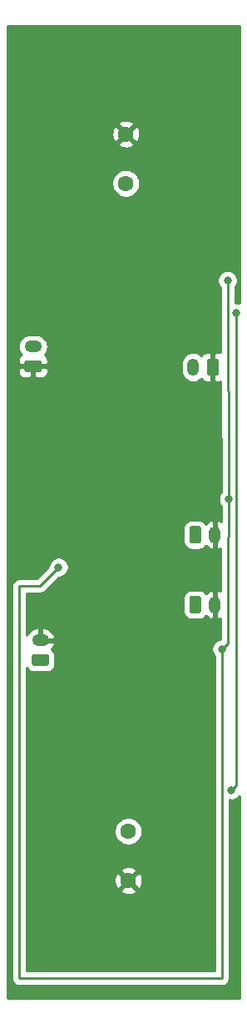
<source format=gbl>
G04 #@! TF.GenerationSoftware,KiCad,Pcbnew,(5.1.5-0)*
G04 #@! TF.CreationDate,2021-01-21T21:28:00-07:00*
G04 #@! TF.ProjectId,supercap,73757065-7263-4617-902e-6b696361645f,rev?*
G04 #@! TF.SameCoordinates,Original*
G04 #@! TF.FileFunction,Copper,L2,Bot*
G04 #@! TF.FilePolarity,Positive*
%FSLAX46Y46*%
G04 Gerber Fmt 4.6, Leading zero omitted, Abs format (unit mm)*
G04 Created by KiCad (PCBNEW (5.1.5-0)) date 2021-01-21 21:28:00*
%MOMM*%
%LPD*%
G04 APERTURE LIST*
%ADD10O,1.750000X1.200000*%
%ADD11C,0.100000*%
%ADD12C,1.600000*%
%ADD13O,1.200000X1.750000*%
%ADD14C,0.800000*%
%ADD15C,0.250000*%
%ADD16C,0.254000*%
G04 APERTURE END LIST*
D10*
X123300000Y-83200000D03*
G04 #@! TA.AperFunction,ComponentPad*
D11*
G36*
X123949505Y-84601204D02*
G01*
X123973773Y-84604804D01*
X123997572Y-84610765D01*
X124020671Y-84619030D01*
X124042850Y-84629520D01*
X124063893Y-84642132D01*
X124083599Y-84656747D01*
X124101777Y-84673223D01*
X124118253Y-84691401D01*
X124132868Y-84711107D01*
X124145480Y-84732150D01*
X124155970Y-84754329D01*
X124164235Y-84777428D01*
X124170196Y-84801227D01*
X124173796Y-84825495D01*
X124175000Y-84849999D01*
X124175000Y-85550001D01*
X124173796Y-85574505D01*
X124170196Y-85598773D01*
X124164235Y-85622572D01*
X124155970Y-85645671D01*
X124145480Y-85667850D01*
X124132868Y-85688893D01*
X124118253Y-85708599D01*
X124101777Y-85726777D01*
X124083599Y-85743253D01*
X124063893Y-85757868D01*
X124042850Y-85770480D01*
X124020671Y-85780970D01*
X123997572Y-85789235D01*
X123973773Y-85795196D01*
X123949505Y-85798796D01*
X123925001Y-85800000D01*
X122674999Y-85800000D01*
X122650495Y-85798796D01*
X122626227Y-85795196D01*
X122602428Y-85789235D01*
X122579329Y-85780970D01*
X122557150Y-85770480D01*
X122536107Y-85757868D01*
X122516401Y-85743253D01*
X122498223Y-85726777D01*
X122481747Y-85708599D01*
X122467132Y-85688893D01*
X122454520Y-85667850D01*
X122444030Y-85645671D01*
X122435765Y-85622572D01*
X122429804Y-85598773D01*
X122426204Y-85574505D01*
X122425000Y-85550001D01*
X122425000Y-84849999D01*
X122426204Y-84825495D01*
X122429804Y-84801227D01*
X122435765Y-84777428D01*
X122444030Y-84754329D01*
X122454520Y-84732150D01*
X122467132Y-84711107D01*
X122481747Y-84691401D01*
X122498223Y-84673223D01*
X122516401Y-84656747D01*
X122536107Y-84642132D01*
X122557150Y-84629520D01*
X122579329Y-84619030D01*
X122602428Y-84610765D01*
X122626227Y-84604804D01*
X122650495Y-84601204D01*
X122674999Y-84600000D01*
X123925001Y-84600000D01*
X123949505Y-84601204D01*
G37*
G04 #@! TD.AperFunction*
D10*
X124050000Y-113000000D03*
G04 #@! TA.AperFunction,ComponentPad*
D11*
G36*
X124699505Y-114401204D02*
G01*
X124723773Y-114404804D01*
X124747572Y-114410765D01*
X124770671Y-114419030D01*
X124792850Y-114429520D01*
X124813893Y-114442132D01*
X124833599Y-114456747D01*
X124851777Y-114473223D01*
X124868253Y-114491401D01*
X124882868Y-114511107D01*
X124895480Y-114532150D01*
X124905970Y-114554329D01*
X124914235Y-114577428D01*
X124920196Y-114601227D01*
X124923796Y-114625495D01*
X124925000Y-114649999D01*
X124925000Y-115350001D01*
X124923796Y-115374505D01*
X124920196Y-115398773D01*
X124914235Y-115422572D01*
X124905970Y-115445671D01*
X124895480Y-115467850D01*
X124882868Y-115488893D01*
X124868253Y-115508599D01*
X124851777Y-115526777D01*
X124833599Y-115543253D01*
X124813893Y-115557868D01*
X124792850Y-115570480D01*
X124770671Y-115580970D01*
X124747572Y-115589235D01*
X124723773Y-115595196D01*
X124699505Y-115598796D01*
X124675001Y-115600000D01*
X123424999Y-115600000D01*
X123400495Y-115598796D01*
X123376227Y-115595196D01*
X123352428Y-115589235D01*
X123329329Y-115580970D01*
X123307150Y-115570480D01*
X123286107Y-115557868D01*
X123266401Y-115543253D01*
X123248223Y-115526777D01*
X123231747Y-115508599D01*
X123217132Y-115488893D01*
X123204520Y-115467850D01*
X123194030Y-115445671D01*
X123185765Y-115422572D01*
X123179804Y-115398773D01*
X123176204Y-115374505D01*
X123175000Y-115350001D01*
X123175000Y-114649999D01*
X123176204Y-114625495D01*
X123179804Y-114601227D01*
X123185765Y-114577428D01*
X123194030Y-114554329D01*
X123204520Y-114532150D01*
X123217132Y-114511107D01*
X123231747Y-114491401D01*
X123248223Y-114473223D01*
X123266401Y-114456747D01*
X123286107Y-114442132D01*
X123307150Y-114429520D01*
X123329329Y-114419030D01*
X123352428Y-114410765D01*
X123376227Y-114404804D01*
X123400495Y-114401204D01*
X123424999Y-114400000D01*
X124675001Y-114400000D01*
X124699505Y-114401204D01*
G37*
G04 #@! TD.AperFunction*
D12*
X132750000Y-66650000D03*
X132750000Y-61650000D03*
X133000000Y-137400000D03*
X133000000Y-132400000D03*
D13*
X141800000Y-102300000D03*
G04 #@! TA.AperFunction,ComponentPad*
D11*
G36*
X140174505Y-101426204D02*
G01*
X140198773Y-101429804D01*
X140222572Y-101435765D01*
X140245671Y-101444030D01*
X140267850Y-101454520D01*
X140288893Y-101467132D01*
X140308599Y-101481747D01*
X140326777Y-101498223D01*
X140343253Y-101516401D01*
X140357868Y-101536107D01*
X140370480Y-101557150D01*
X140380970Y-101579329D01*
X140389235Y-101602428D01*
X140395196Y-101626227D01*
X140398796Y-101650495D01*
X140400000Y-101674999D01*
X140400000Y-102925001D01*
X140398796Y-102949505D01*
X140395196Y-102973773D01*
X140389235Y-102997572D01*
X140380970Y-103020671D01*
X140370480Y-103042850D01*
X140357868Y-103063893D01*
X140343253Y-103083599D01*
X140326777Y-103101777D01*
X140308599Y-103118253D01*
X140288893Y-103132868D01*
X140267850Y-103145480D01*
X140245671Y-103155970D01*
X140222572Y-103164235D01*
X140198773Y-103170196D01*
X140174505Y-103173796D01*
X140150001Y-103175000D01*
X139449999Y-103175000D01*
X139425495Y-103173796D01*
X139401227Y-103170196D01*
X139377428Y-103164235D01*
X139354329Y-103155970D01*
X139332150Y-103145480D01*
X139311107Y-103132868D01*
X139291401Y-103118253D01*
X139273223Y-103101777D01*
X139256747Y-103083599D01*
X139242132Y-103063893D01*
X139229520Y-103042850D01*
X139219030Y-103020671D01*
X139210765Y-102997572D01*
X139204804Y-102973773D01*
X139201204Y-102949505D01*
X139200000Y-102925001D01*
X139200000Y-101674999D01*
X139201204Y-101650495D01*
X139204804Y-101626227D01*
X139210765Y-101602428D01*
X139219030Y-101579329D01*
X139229520Y-101557150D01*
X139242132Y-101536107D01*
X139256747Y-101516401D01*
X139273223Y-101498223D01*
X139291401Y-101481747D01*
X139311107Y-101467132D01*
X139332150Y-101454520D01*
X139354329Y-101444030D01*
X139377428Y-101435765D01*
X139401227Y-101429804D01*
X139425495Y-101426204D01*
X139449999Y-101425000D01*
X140150001Y-101425000D01*
X140174505Y-101426204D01*
G37*
G04 #@! TD.AperFunction*
D13*
X139600000Y-85300000D03*
G04 #@! TA.AperFunction,ComponentPad*
D11*
G36*
X141974505Y-84426204D02*
G01*
X141998773Y-84429804D01*
X142022572Y-84435765D01*
X142045671Y-84444030D01*
X142067850Y-84454520D01*
X142088893Y-84467132D01*
X142108599Y-84481747D01*
X142126777Y-84498223D01*
X142143253Y-84516401D01*
X142157868Y-84536107D01*
X142170480Y-84557150D01*
X142180970Y-84579329D01*
X142189235Y-84602428D01*
X142195196Y-84626227D01*
X142198796Y-84650495D01*
X142200000Y-84674999D01*
X142200000Y-85925001D01*
X142198796Y-85949505D01*
X142195196Y-85973773D01*
X142189235Y-85997572D01*
X142180970Y-86020671D01*
X142170480Y-86042850D01*
X142157868Y-86063893D01*
X142143253Y-86083599D01*
X142126777Y-86101777D01*
X142108599Y-86118253D01*
X142088893Y-86132868D01*
X142067850Y-86145480D01*
X142045671Y-86155970D01*
X142022572Y-86164235D01*
X141998773Y-86170196D01*
X141974505Y-86173796D01*
X141950001Y-86175000D01*
X141249999Y-86175000D01*
X141225495Y-86173796D01*
X141201227Y-86170196D01*
X141177428Y-86164235D01*
X141154329Y-86155970D01*
X141132150Y-86145480D01*
X141111107Y-86132868D01*
X141091401Y-86118253D01*
X141073223Y-86101777D01*
X141056747Y-86083599D01*
X141042132Y-86063893D01*
X141029520Y-86042850D01*
X141019030Y-86020671D01*
X141010765Y-85997572D01*
X141004804Y-85973773D01*
X141001204Y-85949505D01*
X141000000Y-85925001D01*
X141000000Y-84674999D01*
X141001204Y-84650495D01*
X141004804Y-84626227D01*
X141010765Y-84602428D01*
X141019030Y-84579329D01*
X141029520Y-84557150D01*
X141042132Y-84536107D01*
X141056747Y-84516401D01*
X141073223Y-84498223D01*
X141091401Y-84481747D01*
X141111107Y-84467132D01*
X141132150Y-84454520D01*
X141154329Y-84444030D01*
X141177428Y-84435765D01*
X141201227Y-84429804D01*
X141225495Y-84426204D01*
X141249999Y-84425000D01*
X141950001Y-84425000D01*
X141974505Y-84426204D01*
G37*
G04 #@! TD.AperFunction*
D13*
X141800000Y-109400000D03*
G04 #@! TA.AperFunction,ComponentPad*
D11*
G36*
X140174505Y-108526204D02*
G01*
X140198773Y-108529804D01*
X140222572Y-108535765D01*
X140245671Y-108544030D01*
X140267850Y-108554520D01*
X140288893Y-108567132D01*
X140308599Y-108581747D01*
X140326777Y-108598223D01*
X140343253Y-108616401D01*
X140357868Y-108636107D01*
X140370480Y-108657150D01*
X140380970Y-108679329D01*
X140389235Y-108702428D01*
X140395196Y-108726227D01*
X140398796Y-108750495D01*
X140400000Y-108774999D01*
X140400000Y-110025001D01*
X140398796Y-110049505D01*
X140395196Y-110073773D01*
X140389235Y-110097572D01*
X140380970Y-110120671D01*
X140370480Y-110142850D01*
X140357868Y-110163893D01*
X140343253Y-110183599D01*
X140326777Y-110201777D01*
X140308599Y-110218253D01*
X140288893Y-110232868D01*
X140267850Y-110245480D01*
X140245671Y-110255970D01*
X140222572Y-110264235D01*
X140198773Y-110270196D01*
X140174505Y-110273796D01*
X140150001Y-110275000D01*
X139449999Y-110275000D01*
X139425495Y-110273796D01*
X139401227Y-110270196D01*
X139377428Y-110264235D01*
X139354329Y-110255970D01*
X139332150Y-110245480D01*
X139311107Y-110232868D01*
X139291401Y-110218253D01*
X139273223Y-110201777D01*
X139256747Y-110183599D01*
X139242132Y-110163893D01*
X139229520Y-110142850D01*
X139219030Y-110120671D01*
X139210765Y-110097572D01*
X139204804Y-110073773D01*
X139201204Y-110049505D01*
X139200000Y-110025001D01*
X139200000Y-108774999D01*
X139201204Y-108750495D01*
X139204804Y-108726227D01*
X139210765Y-108702428D01*
X139219030Y-108679329D01*
X139229520Y-108657150D01*
X139242132Y-108636107D01*
X139256747Y-108616401D01*
X139273223Y-108598223D01*
X139291401Y-108581747D01*
X139311107Y-108567132D01*
X139332150Y-108554520D01*
X139354329Y-108544030D01*
X139377428Y-108535765D01*
X139401227Y-108529804D01*
X139425495Y-108526204D01*
X139449999Y-108525000D01*
X140150001Y-108525000D01*
X140174505Y-108526204D01*
G37*
G04 #@! TD.AperFunction*
D14*
X125000000Y-109900000D03*
X144000000Y-79800000D03*
X143500000Y-128200000D03*
X142500000Y-113900000D03*
X143100000Y-76500000D03*
X143200000Y-98700000D03*
X125900000Y-105600000D03*
D15*
X144000000Y-127700000D02*
X143500000Y-128200000D01*
X144000000Y-79800000D02*
X144000000Y-127700000D01*
X143200000Y-98700000D02*
X143100000Y-76500000D01*
X143129622Y-106429622D02*
X143200000Y-98700000D01*
X143100000Y-113300000D02*
X143100000Y-109600000D01*
X142500000Y-113900000D02*
X143100000Y-113300000D01*
X143100000Y-109600000D02*
X143129622Y-106429622D01*
X143100000Y-109683161D02*
X143100000Y-109600000D01*
X142500000Y-113900000D02*
X142500000Y-147300000D01*
X142500000Y-147300000D02*
X121900000Y-147300000D01*
X121900000Y-147300000D02*
X121900000Y-107500000D01*
X124000000Y-107500000D02*
X125900000Y-105600000D01*
X121900000Y-107500000D02*
X124000000Y-107500000D01*
D16*
G36*
X144340001Y-78820557D02*
G01*
X144301898Y-78804774D01*
X144101939Y-78765000D01*
X143898061Y-78765000D01*
X143870235Y-78770535D01*
X143863163Y-77200548D01*
X143903937Y-77159774D01*
X144017205Y-76990256D01*
X144095226Y-76801898D01*
X144135000Y-76601939D01*
X144135000Y-76398061D01*
X144095226Y-76198102D01*
X144017205Y-76009744D01*
X143903937Y-75840226D01*
X143759774Y-75696063D01*
X143590256Y-75582795D01*
X143401898Y-75504774D01*
X143201939Y-75465000D01*
X142998061Y-75465000D01*
X142798102Y-75504774D01*
X142609744Y-75582795D01*
X142440226Y-75696063D01*
X142296063Y-75840226D01*
X142182795Y-76009744D01*
X142104774Y-76198102D01*
X142065000Y-76398061D01*
X142065000Y-76601939D01*
X142104774Y-76801898D01*
X142182795Y-76990256D01*
X142296063Y-77159774D01*
X142343177Y-77206888D01*
X142372938Y-83813887D01*
X142324482Y-83799188D01*
X142200000Y-83786928D01*
X141885750Y-83790000D01*
X141727000Y-83948750D01*
X141727000Y-85173000D01*
X141747000Y-85173000D01*
X141747000Y-85427000D01*
X141727000Y-85427000D01*
X141727000Y-86651250D01*
X141885750Y-86810000D01*
X142200000Y-86813072D01*
X142324482Y-86800812D01*
X142386308Y-86782057D01*
X142436837Y-97999452D01*
X142396063Y-98040226D01*
X142282795Y-98209744D01*
X142204774Y-98398102D01*
X142165000Y-98598061D01*
X142165000Y-98801939D01*
X142204774Y-99001898D01*
X142282795Y-99190256D01*
X142396063Y-99359774D01*
X142433620Y-99397331D01*
X142419452Y-100953343D01*
X142380533Y-100927579D01*
X142155282Y-100835409D01*
X142117609Y-100831538D01*
X141927000Y-100956269D01*
X141927000Y-102173000D01*
X141947000Y-102173000D01*
X141947000Y-102427000D01*
X141927000Y-102427000D01*
X141927000Y-103643731D01*
X142117609Y-103768462D01*
X142155282Y-103764591D01*
X142380533Y-103672421D01*
X142394781Y-103662989D01*
X142369668Y-106421144D01*
X142354757Y-108017032D01*
X142155282Y-107935409D01*
X142117609Y-107931538D01*
X141927000Y-108056269D01*
X141927000Y-109273000D01*
X141947000Y-109273000D01*
X141947000Y-109527000D01*
X141927000Y-109527000D01*
X141927000Y-110743731D01*
X142117609Y-110868462D01*
X142155282Y-110864591D01*
X142340001Y-110789006D01*
X142340000Y-112876549D01*
X142198102Y-112904774D01*
X142009744Y-112982795D01*
X141840226Y-113096063D01*
X141696063Y-113240226D01*
X141582795Y-113409744D01*
X141504774Y-113598102D01*
X141465000Y-113798061D01*
X141465000Y-114001939D01*
X141504774Y-114201898D01*
X141582795Y-114390256D01*
X141696063Y-114559774D01*
X141740000Y-114603711D01*
X141740001Y-146540000D01*
X122660000Y-146540000D01*
X122660000Y-138392702D01*
X132186903Y-138392702D01*
X132258486Y-138636671D01*
X132513996Y-138757571D01*
X132788184Y-138826300D01*
X133070512Y-138840217D01*
X133350130Y-138798787D01*
X133616292Y-138703603D01*
X133741514Y-138636671D01*
X133813097Y-138392702D01*
X133000000Y-137579605D01*
X132186903Y-138392702D01*
X122660000Y-138392702D01*
X122660000Y-137470512D01*
X131559783Y-137470512D01*
X131601213Y-137750130D01*
X131696397Y-138016292D01*
X131763329Y-138141514D01*
X132007298Y-138213097D01*
X132820395Y-137400000D01*
X133179605Y-137400000D01*
X133992702Y-138213097D01*
X134236671Y-138141514D01*
X134357571Y-137886004D01*
X134426300Y-137611816D01*
X134440217Y-137329488D01*
X134398787Y-137049870D01*
X134303603Y-136783708D01*
X134236671Y-136658486D01*
X133992702Y-136586903D01*
X133179605Y-137400000D01*
X132820395Y-137400000D01*
X132007298Y-136586903D01*
X131763329Y-136658486D01*
X131642429Y-136913996D01*
X131573700Y-137188184D01*
X131559783Y-137470512D01*
X122660000Y-137470512D01*
X122660000Y-136407298D01*
X132186903Y-136407298D01*
X133000000Y-137220395D01*
X133813097Y-136407298D01*
X133741514Y-136163329D01*
X133486004Y-136042429D01*
X133211816Y-135973700D01*
X132929488Y-135959783D01*
X132649870Y-136001213D01*
X132383708Y-136096397D01*
X132258486Y-136163329D01*
X132186903Y-136407298D01*
X122660000Y-136407298D01*
X122660000Y-132258665D01*
X131565000Y-132258665D01*
X131565000Y-132541335D01*
X131620147Y-132818574D01*
X131728320Y-133079727D01*
X131885363Y-133314759D01*
X132085241Y-133514637D01*
X132320273Y-133671680D01*
X132581426Y-133779853D01*
X132858665Y-133835000D01*
X133141335Y-133835000D01*
X133418574Y-133779853D01*
X133679727Y-133671680D01*
X133914759Y-133514637D01*
X134114637Y-133314759D01*
X134271680Y-133079727D01*
X134379853Y-132818574D01*
X134435000Y-132541335D01*
X134435000Y-132258665D01*
X134379853Y-131981426D01*
X134271680Y-131720273D01*
X134114637Y-131485241D01*
X133914759Y-131285363D01*
X133679727Y-131128320D01*
X133418574Y-131020147D01*
X133141335Y-130965000D01*
X132858665Y-130965000D01*
X132581426Y-131020147D01*
X132320273Y-131128320D01*
X132085241Y-131285363D01*
X131885363Y-131485241D01*
X131728320Y-131720273D01*
X131620147Y-131981426D01*
X131565000Y-132258665D01*
X122660000Y-132258665D01*
X122660000Y-115793631D01*
X122686595Y-115843387D01*
X122797038Y-115977962D01*
X122931613Y-116088405D01*
X123085149Y-116170472D01*
X123251745Y-116221008D01*
X123424999Y-116238072D01*
X124675001Y-116238072D01*
X124848255Y-116221008D01*
X125014851Y-116170472D01*
X125168387Y-116088405D01*
X125302962Y-115977962D01*
X125413405Y-115843387D01*
X125495472Y-115689851D01*
X125546008Y-115523255D01*
X125563072Y-115350001D01*
X125563072Y-114649999D01*
X125546008Y-114476745D01*
X125495472Y-114310149D01*
X125413405Y-114156613D01*
X125302962Y-114022038D01*
X125168387Y-113911595D01*
X125163594Y-113909033D01*
X125288078Y-113783474D01*
X125422421Y-113580533D01*
X125514591Y-113355282D01*
X125518462Y-113317609D01*
X125393731Y-113127000D01*
X124177000Y-113127000D01*
X124177000Y-113147000D01*
X123923000Y-113147000D01*
X123923000Y-113127000D01*
X123903000Y-113127000D01*
X123903000Y-112873000D01*
X123923000Y-112873000D01*
X123923000Y-111765000D01*
X124177000Y-111765000D01*
X124177000Y-112873000D01*
X125393731Y-112873000D01*
X125518462Y-112682391D01*
X125514591Y-112644718D01*
X125422421Y-112419467D01*
X125288078Y-112216526D01*
X125116725Y-112043693D01*
X124914946Y-111907610D01*
X124690496Y-111813507D01*
X124452000Y-111765000D01*
X124177000Y-111765000D01*
X123923000Y-111765000D01*
X123648000Y-111765000D01*
X123409504Y-111813507D01*
X123185054Y-111907610D01*
X122983275Y-112043693D01*
X122811922Y-112216526D01*
X122677579Y-112419467D01*
X122660000Y-112462428D01*
X122660000Y-108774999D01*
X138561928Y-108774999D01*
X138561928Y-110025001D01*
X138578992Y-110198255D01*
X138629528Y-110364851D01*
X138711595Y-110518387D01*
X138822038Y-110652962D01*
X138956613Y-110763405D01*
X139110149Y-110845472D01*
X139276745Y-110896008D01*
X139449999Y-110913072D01*
X140150001Y-110913072D01*
X140323255Y-110896008D01*
X140489851Y-110845472D01*
X140643387Y-110763405D01*
X140777962Y-110652962D01*
X140888405Y-110518387D01*
X140890967Y-110513594D01*
X141016526Y-110638078D01*
X141219467Y-110772421D01*
X141444718Y-110864591D01*
X141482391Y-110868462D01*
X141673000Y-110743731D01*
X141673000Y-109527000D01*
X141653000Y-109527000D01*
X141653000Y-109273000D01*
X141673000Y-109273000D01*
X141673000Y-108056269D01*
X141482391Y-107931538D01*
X141444718Y-107935409D01*
X141219467Y-108027579D01*
X141016526Y-108161922D01*
X140890967Y-108286406D01*
X140888405Y-108281613D01*
X140777962Y-108147038D01*
X140643387Y-108036595D01*
X140489851Y-107954528D01*
X140323255Y-107903992D01*
X140150001Y-107886928D01*
X139449999Y-107886928D01*
X139276745Y-107903992D01*
X139110149Y-107954528D01*
X138956613Y-108036595D01*
X138822038Y-108147038D01*
X138711595Y-108281613D01*
X138629528Y-108435149D01*
X138578992Y-108601745D01*
X138561928Y-108774999D01*
X122660000Y-108774999D01*
X122660000Y-108260000D01*
X123962678Y-108260000D01*
X124000000Y-108263676D01*
X124037322Y-108260000D01*
X124037333Y-108260000D01*
X124148986Y-108249003D01*
X124292247Y-108205546D01*
X124424276Y-108134974D01*
X124540001Y-108040001D01*
X124563804Y-108010997D01*
X125939802Y-106635000D01*
X126001939Y-106635000D01*
X126201898Y-106595226D01*
X126390256Y-106517205D01*
X126559774Y-106403937D01*
X126703937Y-106259774D01*
X126817205Y-106090256D01*
X126895226Y-105901898D01*
X126935000Y-105701939D01*
X126935000Y-105498061D01*
X126895226Y-105298102D01*
X126817205Y-105109744D01*
X126703937Y-104940226D01*
X126559774Y-104796063D01*
X126390256Y-104682795D01*
X126201898Y-104604774D01*
X126001939Y-104565000D01*
X125798061Y-104565000D01*
X125598102Y-104604774D01*
X125409744Y-104682795D01*
X125240226Y-104796063D01*
X125096063Y-104940226D01*
X124982795Y-105109744D01*
X124904774Y-105298102D01*
X124865000Y-105498061D01*
X124865000Y-105560198D01*
X123685199Y-106740000D01*
X121937333Y-106740000D01*
X121900000Y-106736323D01*
X121862667Y-106740000D01*
X121751014Y-106750997D01*
X121607753Y-106794454D01*
X121475724Y-106865026D01*
X121359999Y-106959999D01*
X121265026Y-107075724D01*
X121194454Y-107207753D01*
X121150997Y-107351014D01*
X121136323Y-107500000D01*
X121140001Y-107537343D01*
X121140000Y-147262667D01*
X121136323Y-147300000D01*
X121150997Y-147448986D01*
X121194454Y-147592247D01*
X121265026Y-147724276D01*
X121359999Y-147840001D01*
X121475724Y-147934974D01*
X121607753Y-148005546D01*
X121751014Y-148049003D01*
X121900000Y-148063677D01*
X121937333Y-148060000D01*
X142462667Y-148060000D01*
X142500000Y-148063677D01*
X142648986Y-148049003D01*
X142792247Y-148005546D01*
X142924276Y-147934974D01*
X143040001Y-147840001D01*
X143134974Y-147724276D01*
X143205546Y-147592247D01*
X143249003Y-147448986D01*
X143260000Y-147337333D01*
X143260000Y-147337332D01*
X143263677Y-147300000D01*
X143260000Y-147262667D01*
X143260000Y-129207538D01*
X143398061Y-129235000D01*
X143601939Y-129235000D01*
X143801898Y-129195226D01*
X143990256Y-129117205D01*
X144159774Y-129003937D01*
X144303937Y-128859774D01*
X144340000Y-128805801D01*
X144340000Y-149340000D01*
X120660000Y-149340000D01*
X120660000Y-101674999D01*
X138561928Y-101674999D01*
X138561928Y-102925001D01*
X138578992Y-103098255D01*
X138629528Y-103264851D01*
X138711595Y-103418387D01*
X138822038Y-103552962D01*
X138956613Y-103663405D01*
X139110149Y-103745472D01*
X139276745Y-103796008D01*
X139449999Y-103813072D01*
X140150001Y-103813072D01*
X140323255Y-103796008D01*
X140489851Y-103745472D01*
X140643387Y-103663405D01*
X140777962Y-103552962D01*
X140888405Y-103418387D01*
X140890967Y-103413594D01*
X141016526Y-103538078D01*
X141219467Y-103672421D01*
X141444718Y-103764591D01*
X141482391Y-103768462D01*
X141673000Y-103643731D01*
X141673000Y-102427000D01*
X141653000Y-102427000D01*
X141653000Y-102173000D01*
X141673000Y-102173000D01*
X141673000Y-100956269D01*
X141482391Y-100831538D01*
X141444718Y-100835409D01*
X141219467Y-100927579D01*
X141016526Y-101061922D01*
X140890967Y-101186406D01*
X140888405Y-101181613D01*
X140777962Y-101047038D01*
X140643387Y-100936595D01*
X140489851Y-100854528D01*
X140323255Y-100803992D01*
X140150001Y-100786928D01*
X139449999Y-100786928D01*
X139276745Y-100803992D01*
X139110149Y-100854528D01*
X138956613Y-100936595D01*
X138822038Y-101047038D01*
X138711595Y-101181613D01*
X138629528Y-101335149D01*
X138578992Y-101501745D01*
X138561928Y-101674999D01*
X120660000Y-101674999D01*
X120660000Y-85800000D01*
X121786928Y-85800000D01*
X121799188Y-85924482D01*
X121835498Y-86044180D01*
X121894463Y-86154494D01*
X121973815Y-86251185D01*
X122070506Y-86330537D01*
X122180820Y-86389502D01*
X122300518Y-86425812D01*
X122425000Y-86438072D01*
X123014250Y-86435000D01*
X123173000Y-86276250D01*
X123173000Y-85327000D01*
X123427000Y-85327000D01*
X123427000Y-86276250D01*
X123585750Y-86435000D01*
X124175000Y-86438072D01*
X124299482Y-86425812D01*
X124419180Y-86389502D01*
X124529494Y-86330537D01*
X124626185Y-86251185D01*
X124705537Y-86154494D01*
X124764502Y-86044180D01*
X124800812Y-85924482D01*
X124813072Y-85800000D01*
X124810000Y-85485750D01*
X124651250Y-85327000D01*
X123427000Y-85327000D01*
X123173000Y-85327000D01*
X121948750Y-85327000D01*
X121790000Y-85485750D01*
X121786928Y-85800000D01*
X120660000Y-85800000D01*
X120660000Y-83200000D01*
X121784025Y-83200000D01*
X121807870Y-83442102D01*
X121878489Y-83674901D01*
X121993167Y-83889449D01*
X122119436Y-84043309D01*
X122070506Y-84069463D01*
X121973815Y-84148815D01*
X121894463Y-84245506D01*
X121835498Y-84355820D01*
X121799188Y-84475518D01*
X121786928Y-84600000D01*
X121790000Y-84914250D01*
X121948750Y-85073000D01*
X123173000Y-85073000D01*
X123173000Y-85053000D01*
X123427000Y-85053000D01*
X123427000Y-85073000D01*
X124651250Y-85073000D01*
X124759915Y-84964335D01*
X138365000Y-84964335D01*
X138365000Y-85635664D01*
X138382870Y-85817101D01*
X138453489Y-86049900D01*
X138568167Y-86264448D01*
X138722498Y-86452502D01*
X138910551Y-86606833D01*
X139125099Y-86721511D01*
X139357898Y-86792130D01*
X139600000Y-86815975D01*
X139842101Y-86792130D01*
X140074900Y-86721511D01*
X140289448Y-86606833D01*
X140443309Y-86480564D01*
X140469463Y-86529494D01*
X140548815Y-86626185D01*
X140645506Y-86705537D01*
X140755820Y-86764502D01*
X140875518Y-86800812D01*
X141000000Y-86813072D01*
X141314250Y-86810000D01*
X141473000Y-86651250D01*
X141473000Y-85427000D01*
X141453000Y-85427000D01*
X141453000Y-85173000D01*
X141473000Y-85173000D01*
X141473000Y-83948750D01*
X141314250Y-83790000D01*
X141000000Y-83786928D01*
X140875518Y-83799188D01*
X140755820Y-83835498D01*
X140645506Y-83894463D01*
X140548815Y-83973815D01*
X140469463Y-84070506D01*
X140443309Y-84119436D01*
X140289449Y-83993167D01*
X140074901Y-83878489D01*
X139842102Y-83807870D01*
X139600000Y-83784025D01*
X139357899Y-83807870D01*
X139125100Y-83878489D01*
X138910552Y-83993167D01*
X138722499Y-84147498D01*
X138568168Y-84335551D01*
X138453489Y-84550099D01*
X138382870Y-84782898D01*
X138365000Y-84964335D01*
X124759915Y-84964335D01*
X124810000Y-84914250D01*
X124813072Y-84600000D01*
X124800812Y-84475518D01*
X124764502Y-84355820D01*
X124705537Y-84245506D01*
X124626185Y-84148815D01*
X124529494Y-84069463D01*
X124480564Y-84043309D01*
X124606833Y-83889449D01*
X124721511Y-83674901D01*
X124792130Y-83442102D01*
X124815975Y-83200000D01*
X124792130Y-82957898D01*
X124721511Y-82725099D01*
X124606833Y-82510551D01*
X124452502Y-82322498D01*
X124264449Y-82168167D01*
X124049901Y-82053489D01*
X123817102Y-81982870D01*
X123635665Y-81965000D01*
X122964335Y-81965000D01*
X122782898Y-81982870D01*
X122550099Y-82053489D01*
X122335551Y-82168167D01*
X122147498Y-82322498D01*
X121993167Y-82510551D01*
X121878489Y-82725099D01*
X121807870Y-82957898D01*
X121784025Y-83200000D01*
X120660000Y-83200000D01*
X120660000Y-66508665D01*
X131315000Y-66508665D01*
X131315000Y-66791335D01*
X131370147Y-67068574D01*
X131478320Y-67329727D01*
X131635363Y-67564759D01*
X131835241Y-67764637D01*
X132070273Y-67921680D01*
X132331426Y-68029853D01*
X132608665Y-68085000D01*
X132891335Y-68085000D01*
X133168574Y-68029853D01*
X133429727Y-67921680D01*
X133664759Y-67764637D01*
X133864637Y-67564759D01*
X134021680Y-67329727D01*
X134129853Y-67068574D01*
X134185000Y-66791335D01*
X134185000Y-66508665D01*
X134129853Y-66231426D01*
X134021680Y-65970273D01*
X133864637Y-65735241D01*
X133664759Y-65535363D01*
X133429727Y-65378320D01*
X133168574Y-65270147D01*
X132891335Y-65215000D01*
X132608665Y-65215000D01*
X132331426Y-65270147D01*
X132070273Y-65378320D01*
X131835241Y-65535363D01*
X131635363Y-65735241D01*
X131478320Y-65970273D01*
X131370147Y-66231426D01*
X131315000Y-66508665D01*
X120660000Y-66508665D01*
X120660000Y-62642702D01*
X131936903Y-62642702D01*
X132008486Y-62886671D01*
X132263996Y-63007571D01*
X132538184Y-63076300D01*
X132820512Y-63090217D01*
X133100130Y-63048787D01*
X133366292Y-62953603D01*
X133491514Y-62886671D01*
X133563097Y-62642702D01*
X132750000Y-61829605D01*
X131936903Y-62642702D01*
X120660000Y-62642702D01*
X120660000Y-61720512D01*
X131309783Y-61720512D01*
X131351213Y-62000130D01*
X131446397Y-62266292D01*
X131513329Y-62391514D01*
X131757298Y-62463097D01*
X132570395Y-61650000D01*
X132929605Y-61650000D01*
X133742702Y-62463097D01*
X133986671Y-62391514D01*
X134107571Y-62136004D01*
X134176300Y-61861816D01*
X134190217Y-61579488D01*
X134148787Y-61299870D01*
X134053603Y-61033708D01*
X133986671Y-60908486D01*
X133742702Y-60836903D01*
X132929605Y-61650000D01*
X132570395Y-61650000D01*
X131757298Y-60836903D01*
X131513329Y-60908486D01*
X131392429Y-61163996D01*
X131323700Y-61438184D01*
X131309783Y-61720512D01*
X120660000Y-61720512D01*
X120660000Y-60657298D01*
X131936903Y-60657298D01*
X132750000Y-61470395D01*
X133563097Y-60657298D01*
X133491514Y-60413329D01*
X133236004Y-60292429D01*
X132961816Y-60223700D01*
X132679488Y-60209783D01*
X132399870Y-60251213D01*
X132133708Y-60346397D01*
X132008486Y-60413329D01*
X131936903Y-60657298D01*
X120660000Y-60657298D01*
X120660000Y-50660000D01*
X144340001Y-50660000D01*
X144340001Y-78820557D01*
G37*
X144340001Y-78820557D02*
X144301898Y-78804774D01*
X144101939Y-78765000D01*
X143898061Y-78765000D01*
X143870235Y-78770535D01*
X143863163Y-77200548D01*
X143903937Y-77159774D01*
X144017205Y-76990256D01*
X144095226Y-76801898D01*
X144135000Y-76601939D01*
X144135000Y-76398061D01*
X144095226Y-76198102D01*
X144017205Y-76009744D01*
X143903937Y-75840226D01*
X143759774Y-75696063D01*
X143590256Y-75582795D01*
X143401898Y-75504774D01*
X143201939Y-75465000D01*
X142998061Y-75465000D01*
X142798102Y-75504774D01*
X142609744Y-75582795D01*
X142440226Y-75696063D01*
X142296063Y-75840226D01*
X142182795Y-76009744D01*
X142104774Y-76198102D01*
X142065000Y-76398061D01*
X142065000Y-76601939D01*
X142104774Y-76801898D01*
X142182795Y-76990256D01*
X142296063Y-77159774D01*
X142343177Y-77206888D01*
X142372938Y-83813887D01*
X142324482Y-83799188D01*
X142200000Y-83786928D01*
X141885750Y-83790000D01*
X141727000Y-83948750D01*
X141727000Y-85173000D01*
X141747000Y-85173000D01*
X141747000Y-85427000D01*
X141727000Y-85427000D01*
X141727000Y-86651250D01*
X141885750Y-86810000D01*
X142200000Y-86813072D01*
X142324482Y-86800812D01*
X142386308Y-86782057D01*
X142436837Y-97999452D01*
X142396063Y-98040226D01*
X142282795Y-98209744D01*
X142204774Y-98398102D01*
X142165000Y-98598061D01*
X142165000Y-98801939D01*
X142204774Y-99001898D01*
X142282795Y-99190256D01*
X142396063Y-99359774D01*
X142433620Y-99397331D01*
X142419452Y-100953343D01*
X142380533Y-100927579D01*
X142155282Y-100835409D01*
X142117609Y-100831538D01*
X141927000Y-100956269D01*
X141927000Y-102173000D01*
X141947000Y-102173000D01*
X141947000Y-102427000D01*
X141927000Y-102427000D01*
X141927000Y-103643731D01*
X142117609Y-103768462D01*
X142155282Y-103764591D01*
X142380533Y-103672421D01*
X142394781Y-103662989D01*
X142369668Y-106421144D01*
X142354757Y-108017032D01*
X142155282Y-107935409D01*
X142117609Y-107931538D01*
X141927000Y-108056269D01*
X141927000Y-109273000D01*
X141947000Y-109273000D01*
X141947000Y-109527000D01*
X141927000Y-109527000D01*
X141927000Y-110743731D01*
X142117609Y-110868462D01*
X142155282Y-110864591D01*
X142340001Y-110789006D01*
X142340000Y-112876549D01*
X142198102Y-112904774D01*
X142009744Y-112982795D01*
X141840226Y-113096063D01*
X141696063Y-113240226D01*
X141582795Y-113409744D01*
X141504774Y-113598102D01*
X141465000Y-113798061D01*
X141465000Y-114001939D01*
X141504774Y-114201898D01*
X141582795Y-114390256D01*
X141696063Y-114559774D01*
X141740000Y-114603711D01*
X141740001Y-146540000D01*
X122660000Y-146540000D01*
X122660000Y-138392702D01*
X132186903Y-138392702D01*
X132258486Y-138636671D01*
X132513996Y-138757571D01*
X132788184Y-138826300D01*
X133070512Y-138840217D01*
X133350130Y-138798787D01*
X133616292Y-138703603D01*
X133741514Y-138636671D01*
X133813097Y-138392702D01*
X133000000Y-137579605D01*
X132186903Y-138392702D01*
X122660000Y-138392702D01*
X122660000Y-137470512D01*
X131559783Y-137470512D01*
X131601213Y-137750130D01*
X131696397Y-138016292D01*
X131763329Y-138141514D01*
X132007298Y-138213097D01*
X132820395Y-137400000D01*
X133179605Y-137400000D01*
X133992702Y-138213097D01*
X134236671Y-138141514D01*
X134357571Y-137886004D01*
X134426300Y-137611816D01*
X134440217Y-137329488D01*
X134398787Y-137049870D01*
X134303603Y-136783708D01*
X134236671Y-136658486D01*
X133992702Y-136586903D01*
X133179605Y-137400000D01*
X132820395Y-137400000D01*
X132007298Y-136586903D01*
X131763329Y-136658486D01*
X131642429Y-136913996D01*
X131573700Y-137188184D01*
X131559783Y-137470512D01*
X122660000Y-137470512D01*
X122660000Y-136407298D01*
X132186903Y-136407298D01*
X133000000Y-137220395D01*
X133813097Y-136407298D01*
X133741514Y-136163329D01*
X133486004Y-136042429D01*
X133211816Y-135973700D01*
X132929488Y-135959783D01*
X132649870Y-136001213D01*
X132383708Y-136096397D01*
X132258486Y-136163329D01*
X132186903Y-136407298D01*
X122660000Y-136407298D01*
X122660000Y-132258665D01*
X131565000Y-132258665D01*
X131565000Y-132541335D01*
X131620147Y-132818574D01*
X131728320Y-133079727D01*
X131885363Y-133314759D01*
X132085241Y-133514637D01*
X132320273Y-133671680D01*
X132581426Y-133779853D01*
X132858665Y-133835000D01*
X133141335Y-133835000D01*
X133418574Y-133779853D01*
X133679727Y-133671680D01*
X133914759Y-133514637D01*
X134114637Y-133314759D01*
X134271680Y-133079727D01*
X134379853Y-132818574D01*
X134435000Y-132541335D01*
X134435000Y-132258665D01*
X134379853Y-131981426D01*
X134271680Y-131720273D01*
X134114637Y-131485241D01*
X133914759Y-131285363D01*
X133679727Y-131128320D01*
X133418574Y-131020147D01*
X133141335Y-130965000D01*
X132858665Y-130965000D01*
X132581426Y-131020147D01*
X132320273Y-131128320D01*
X132085241Y-131285363D01*
X131885363Y-131485241D01*
X131728320Y-131720273D01*
X131620147Y-131981426D01*
X131565000Y-132258665D01*
X122660000Y-132258665D01*
X122660000Y-115793631D01*
X122686595Y-115843387D01*
X122797038Y-115977962D01*
X122931613Y-116088405D01*
X123085149Y-116170472D01*
X123251745Y-116221008D01*
X123424999Y-116238072D01*
X124675001Y-116238072D01*
X124848255Y-116221008D01*
X125014851Y-116170472D01*
X125168387Y-116088405D01*
X125302962Y-115977962D01*
X125413405Y-115843387D01*
X125495472Y-115689851D01*
X125546008Y-115523255D01*
X125563072Y-115350001D01*
X125563072Y-114649999D01*
X125546008Y-114476745D01*
X125495472Y-114310149D01*
X125413405Y-114156613D01*
X125302962Y-114022038D01*
X125168387Y-113911595D01*
X125163594Y-113909033D01*
X125288078Y-113783474D01*
X125422421Y-113580533D01*
X125514591Y-113355282D01*
X125518462Y-113317609D01*
X125393731Y-113127000D01*
X124177000Y-113127000D01*
X124177000Y-113147000D01*
X123923000Y-113147000D01*
X123923000Y-113127000D01*
X123903000Y-113127000D01*
X123903000Y-112873000D01*
X123923000Y-112873000D01*
X123923000Y-111765000D01*
X124177000Y-111765000D01*
X124177000Y-112873000D01*
X125393731Y-112873000D01*
X125518462Y-112682391D01*
X125514591Y-112644718D01*
X125422421Y-112419467D01*
X125288078Y-112216526D01*
X125116725Y-112043693D01*
X124914946Y-111907610D01*
X124690496Y-111813507D01*
X124452000Y-111765000D01*
X124177000Y-111765000D01*
X123923000Y-111765000D01*
X123648000Y-111765000D01*
X123409504Y-111813507D01*
X123185054Y-111907610D01*
X122983275Y-112043693D01*
X122811922Y-112216526D01*
X122677579Y-112419467D01*
X122660000Y-112462428D01*
X122660000Y-108774999D01*
X138561928Y-108774999D01*
X138561928Y-110025001D01*
X138578992Y-110198255D01*
X138629528Y-110364851D01*
X138711595Y-110518387D01*
X138822038Y-110652962D01*
X138956613Y-110763405D01*
X139110149Y-110845472D01*
X139276745Y-110896008D01*
X139449999Y-110913072D01*
X140150001Y-110913072D01*
X140323255Y-110896008D01*
X140489851Y-110845472D01*
X140643387Y-110763405D01*
X140777962Y-110652962D01*
X140888405Y-110518387D01*
X140890967Y-110513594D01*
X141016526Y-110638078D01*
X141219467Y-110772421D01*
X141444718Y-110864591D01*
X141482391Y-110868462D01*
X141673000Y-110743731D01*
X141673000Y-109527000D01*
X141653000Y-109527000D01*
X141653000Y-109273000D01*
X141673000Y-109273000D01*
X141673000Y-108056269D01*
X141482391Y-107931538D01*
X141444718Y-107935409D01*
X141219467Y-108027579D01*
X141016526Y-108161922D01*
X140890967Y-108286406D01*
X140888405Y-108281613D01*
X140777962Y-108147038D01*
X140643387Y-108036595D01*
X140489851Y-107954528D01*
X140323255Y-107903992D01*
X140150001Y-107886928D01*
X139449999Y-107886928D01*
X139276745Y-107903992D01*
X139110149Y-107954528D01*
X138956613Y-108036595D01*
X138822038Y-108147038D01*
X138711595Y-108281613D01*
X138629528Y-108435149D01*
X138578992Y-108601745D01*
X138561928Y-108774999D01*
X122660000Y-108774999D01*
X122660000Y-108260000D01*
X123962678Y-108260000D01*
X124000000Y-108263676D01*
X124037322Y-108260000D01*
X124037333Y-108260000D01*
X124148986Y-108249003D01*
X124292247Y-108205546D01*
X124424276Y-108134974D01*
X124540001Y-108040001D01*
X124563804Y-108010997D01*
X125939802Y-106635000D01*
X126001939Y-106635000D01*
X126201898Y-106595226D01*
X126390256Y-106517205D01*
X126559774Y-106403937D01*
X126703937Y-106259774D01*
X126817205Y-106090256D01*
X126895226Y-105901898D01*
X126935000Y-105701939D01*
X126935000Y-105498061D01*
X126895226Y-105298102D01*
X126817205Y-105109744D01*
X126703937Y-104940226D01*
X126559774Y-104796063D01*
X126390256Y-104682795D01*
X126201898Y-104604774D01*
X126001939Y-104565000D01*
X125798061Y-104565000D01*
X125598102Y-104604774D01*
X125409744Y-104682795D01*
X125240226Y-104796063D01*
X125096063Y-104940226D01*
X124982795Y-105109744D01*
X124904774Y-105298102D01*
X124865000Y-105498061D01*
X124865000Y-105560198D01*
X123685199Y-106740000D01*
X121937333Y-106740000D01*
X121900000Y-106736323D01*
X121862667Y-106740000D01*
X121751014Y-106750997D01*
X121607753Y-106794454D01*
X121475724Y-106865026D01*
X121359999Y-106959999D01*
X121265026Y-107075724D01*
X121194454Y-107207753D01*
X121150997Y-107351014D01*
X121136323Y-107500000D01*
X121140001Y-107537343D01*
X121140000Y-147262667D01*
X121136323Y-147300000D01*
X121150997Y-147448986D01*
X121194454Y-147592247D01*
X121265026Y-147724276D01*
X121359999Y-147840001D01*
X121475724Y-147934974D01*
X121607753Y-148005546D01*
X121751014Y-148049003D01*
X121900000Y-148063677D01*
X121937333Y-148060000D01*
X142462667Y-148060000D01*
X142500000Y-148063677D01*
X142648986Y-148049003D01*
X142792247Y-148005546D01*
X142924276Y-147934974D01*
X143040001Y-147840001D01*
X143134974Y-147724276D01*
X143205546Y-147592247D01*
X143249003Y-147448986D01*
X143260000Y-147337333D01*
X143260000Y-147337332D01*
X143263677Y-147300000D01*
X143260000Y-147262667D01*
X143260000Y-129207538D01*
X143398061Y-129235000D01*
X143601939Y-129235000D01*
X143801898Y-129195226D01*
X143990256Y-129117205D01*
X144159774Y-129003937D01*
X144303937Y-128859774D01*
X144340000Y-128805801D01*
X144340000Y-149340000D01*
X120660000Y-149340000D01*
X120660000Y-101674999D01*
X138561928Y-101674999D01*
X138561928Y-102925001D01*
X138578992Y-103098255D01*
X138629528Y-103264851D01*
X138711595Y-103418387D01*
X138822038Y-103552962D01*
X138956613Y-103663405D01*
X139110149Y-103745472D01*
X139276745Y-103796008D01*
X139449999Y-103813072D01*
X140150001Y-103813072D01*
X140323255Y-103796008D01*
X140489851Y-103745472D01*
X140643387Y-103663405D01*
X140777962Y-103552962D01*
X140888405Y-103418387D01*
X140890967Y-103413594D01*
X141016526Y-103538078D01*
X141219467Y-103672421D01*
X141444718Y-103764591D01*
X141482391Y-103768462D01*
X141673000Y-103643731D01*
X141673000Y-102427000D01*
X141653000Y-102427000D01*
X141653000Y-102173000D01*
X141673000Y-102173000D01*
X141673000Y-100956269D01*
X141482391Y-100831538D01*
X141444718Y-100835409D01*
X141219467Y-100927579D01*
X141016526Y-101061922D01*
X140890967Y-101186406D01*
X140888405Y-101181613D01*
X140777962Y-101047038D01*
X140643387Y-100936595D01*
X140489851Y-100854528D01*
X140323255Y-100803992D01*
X140150001Y-100786928D01*
X139449999Y-100786928D01*
X139276745Y-100803992D01*
X139110149Y-100854528D01*
X138956613Y-100936595D01*
X138822038Y-101047038D01*
X138711595Y-101181613D01*
X138629528Y-101335149D01*
X138578992Y-101501745D01*
X138561928Y-101674999D01*
X120660000Y-101674999D01*
X120660000Y-85800000D01*
X121786928Y-85800000D01*
X121799188Y-85924482D01*
X121835498Y-86044180D01*
X121894463Y-86154494D01*
X121973815Y-86251185D01*
X122070506Y-86330537D01*
X122180820Y-86389502D01*
X122300518Y-86425812D01*
X122425000Y-86438072D01*
X123014250Y-86435000D01*
X123173000Y-86276250D01*
X123173000Y-85327000D01*
X123427000Y-85327000D01*
X123427000Y-86276250D01*
X123585750Y-86435000D01*
X124175000Y-86438072D01*
X124299482Y-86425812D01*
X124419180Y-86389502D01*
X124529494Y-86330537D01*
X124626185Y-86251185D01*
X124705537Y-86154494D01*
X124764502Y-86044180D01*
X124800812Y-85924482D01*
X124813072Y-85800000D01*
X124810000Y-85485750D01*
X124651250Y-85327000D01*
X123427000Y-85327000D01*
X123173000Y-85327000D01*
X121948750Y-85327000D01*
X121790000Y-85485750D01*
X121786928Y-85800000D01*
X120660000Y-85800000D01*
X120660000Y-83200000D01*
X121784025Y-83200000D01*
X121807870Y-83442102D01*
X121878489Y-83674901D01*
X121993167Y-83889449D01*
X122119436Y-84043309D01*
X122070506Y-84069463D01*
X121973815Y-84148815D01*
X121894463Y-84245506D01*
X121835498Y-84355820D01*
X121799188Y-84475518D01*
X121786928Y-84600000D01*
X121790000Y-84914250D01*
X121948750Y-85073000D01*
X123173000Y-85073000D01*
X123173000Y-85053000D01*
X123427000Y-85053000D01*
X123427000Y-85073000D01*
X124651250Y-85073000D01*
X124759915Y-84964335D01*
X138365000Y-84964335D01*
X138365000Y-85635664D01*
X138382870Y-85817101D01*
X138453489Y-86049900D01*
X138568167Y-86264448D01*
X138722498Y-86452502D01*
X138910551Y-86606833D01*
X139125099Y-86721511D01*
X139357898Y-86792130D01*
X139600000Y-86815975D01*
X139842101Y-86792130D01*
X140074900Y-86721511D01*
X140289448Y-86606833D01*
X140443309Y-86480564D01*
X140469463Y-86529494D01*
X140548815Y-86626185D01*
X140645506Y-86705537D01*
X140755820Y-86764502D01*
X140875518Y-86800812D01*
X141000000Y-86813072D01*
X141314250Y-86810000D01*
X141473000Y-86651250D01*
X141473000Y-85427000D01*
X141453000Y-85427000D01*
X141453000Y-85173000D01*
X141473000Y-85173000D01*
X141473000Y-83948750D01*
X141314250Y-83790000D01*
X141000000Y-83786928D01*
X140875518Y-83799188D01*
X140755820Y-83835498D01*
X140645506Y-83894463D01*
X140548815Y-83973815D01*
X140469463Y-84070506D01*
X140443309Y-84119436D01*
X140289449Y-83993167D01*
X140074901Y-83878489D01*
X139842102Y-83807870D01*
X139600000Y-83784025D01*
X139357899Y-83807870D01*
X139125100Y-83878489D01*
X138910552Y-83993167D01*
X138722499Y-84147498D01*
X138568168Y-84335551D01*
X138453489Y-84550099D01*
X138382870Y-84782898D01*
X138365000Y-84964335D01*
X124759915Y-84964335D01*
X124810000Y-84914250D01*
X124813072Y-84600000D01*
X124800812Y-84475518D01*
X124764502Y-84355820D01*
X124705537Y-84245506D01*
X124626185Y-84148815D01*
X124529494Y-84069463D01*
X124480564Y-84043309D01*
X124606833Y-83889449D01*
X124721511Y-83674901D01*
X124792130Y-83442102D01*
X124815975Y-83200000D01*
X124792130Y-82957898D01*
X124721511Y-82725099D01*
X124606833Y-82510551D01*
X124452502Y-82322498D01*
X124264449Y-82168167D01*
X124049901Y-82053489D01*
X123817102Y-81982870D01*
X123635665Y-81965000D01*
X122964335Y-81965000D01*
X122782898Y-81982870D01*
X122550099Y-82053489D01*
X122335551Y-82168167D01*
X122147498Y-82322498D01*
X121993167Y-82510551D01*
X121878489Y-82725099D01*
X121807870Y-82957898D01*
X121784025Y-83200000D01*
X120660000Y-83200000D01*
X120660000Y-66508665D01*
X131315000Y-66508665D01*
X131315000Y-66791335D01*
X131370147Y-67068574D01*
X131478320Y-67329727D01*
X131635363Y-67564759D01*
X131835241Y-67764637D01*
X132070273Y-67921680D01*
X132331426Y-68029853D01*
X132608665Y-68085000D01*
X132891335Y-68085000D01*
X133168574Y-68029853D01*
X133429727Y-67921680D01*
X133664759Y-67764637D01*
X133864637Y-67564759D01*
X134021680Y-67329727D01*
X134129853Y-67068574D01*
X134185000Y-66791335D01*
X134185000Y-66508665D01*
X134129853Y-66231426D01*
X134021680Y-65970273D01*
X133864637Y-65735241D01*
X133664759Y-65535363D01*
X133429727Y-65378320D01*
X133168574Y-65270147D01*
X132891335Y-65215000D01*
X132608665Y-65215000D01*
X132331426Y-65270147D01*
X132070273Y-65378320D01*
X131835241Y-65535363D01*
X131635363Y-65735241D01*
X131478320Y-65970273D01*
X131370147Y-66231426D01*
X131315000Y-66508665D01*
X120660000Y-66508665D01*
X120660000Y-62642702D01*
X131936903Y-62642702D01*
X132008486Y-62886671D01*
X132263996Y-63007571D01*
X132538184Y-63076300D01*
X132820512Y-63090217D01*
X133100130Y-63048787D01*
X133366292Y-62953603D01*
X133491514Y-62886671D01*
X133563097Y-62642702D01*
X132750000Y-61829605D01*
X131936903Y-62642702D01*
X120660000Y-62642702D01*
X120660000Y-61720512D01*
X131309783Y-61720512D01*
X131351213Y-62000130D01*
X131446397Y-62266292D01*
X131513329Y-62391514D01*
X131757298Y-62463097D01*
X132570395Y-61650000D01*
X132929605Y-61650000D01*
X133742702Y-62463097D01*
X133986671Y-62391514D01*
X134107571Y-62136004D01*
X134176300Y-61861816D01*
X134190217Y-61579488D01*
X134148787Y-61299870D01*
X134053603Y-61033708D01*
X133986671Y-60908486D01*
X133742702Y-60836903D01*
X132929605Y-61650000D01*
X132570395Y-61650000D01*
X131757298Y-60836903D01*
X131513329Y-60908486D01*
X131392429Y-61163996D01*
X131323700Y-61438184D01*
X131309783Y-61720512D01*
X120660000Y-61720512D01*
X120660000Y-60657298D01*
X131936903Y-60657298D01*
X132750000Y-61470395D01*
X133563097Y-60657298D01*
X133491514Y-60413329D01*
X133236004Y-60292429D01*
X132961816Y-60223700D01*
X132679488Y-60209783D01*
X132399870Y-60251213D01*
X132133708Y-60346397D01*
X132008486Y-60413329D01*
X131936903Y-60657298D01*
X120660000Y-60657298D01*
X120660000Y-50660000D01*
X144340001Y-50660000D01*
X144340001Y-78820557D01*
M02*

</source>
